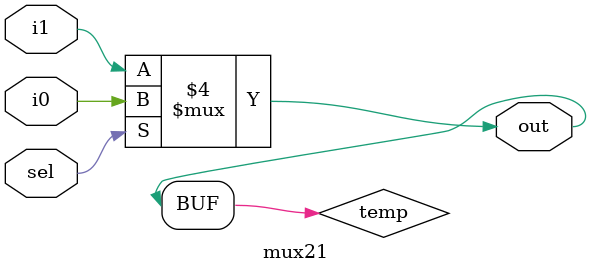
<source format=v>
`timescale 1ns / 1ps

module mux21(
    input i0,
    input i1,
    input sel,
    output out
    );
    
    reg temp;
    
    always@(*) begin
        if(sel == 1'b1)
            temp = i0;
        else
            temp = i1;
    end
    
    assign out = temp;
    
endmodule

</source>
